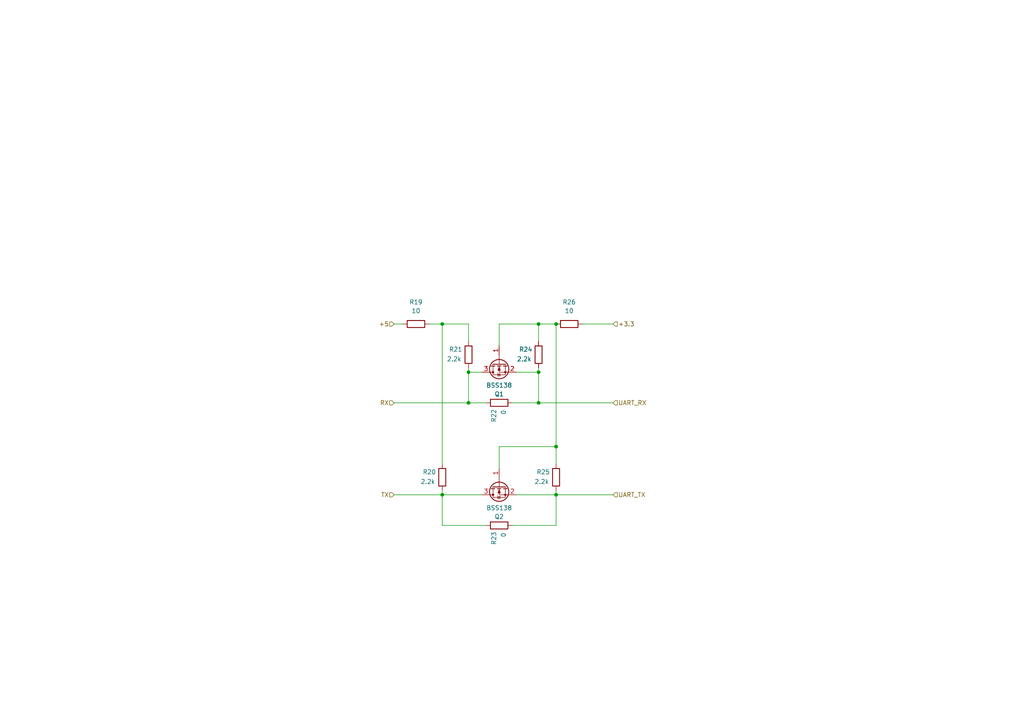
<source format=kicad_sch>
(kicad_sch (version 20250114) (generator "eeschema") (generator_version "9.0")
  (paper "A4")
  (lib_symbols
    (symbol "Device:R" (pin_numbers (hide yes)) (pin_names (offset 0))
      (property "Reference" "R" (at 2.032 0 90))
      (property "Value" "R" (at 0 0 90))
      (symbol "R_0_1"
        (rectangle (start -1.016 -2.54) (end 1.016 2.54) (stroke (width 0.254)))
      )
      (symbol "R_1_1"
        (pin passive line (at 0 3.81 270) (length 1.27) (name "~") (number "1"))
        (pin passive line (at 0 -3.81 90) (length 1.27) (name "~") (number "2"))
      )
    )
    (symbol "Transistor_FET:BSS138" (pin_names (hide yes))
      (property "Reference" "Q" (at 5.08 1.905 0))
      (property "Value" "BSS138" (at 5.08 0 0))
      (symbol "BSS138_0_1"
        (polyline (pts (xy 0.254 1.905) (xy 0.254 -1.905)) (stroke (width 0.254)))
        (polyline (pts (xy 0.254 0) (xy -2.54 0)))
        (polyline (pts (xy 0.762 2.286) (xy 0.762 1.27)) (stroke (width 0.254)))
        (polyline (pts (xy 0.762 0.508) (xy 0.762 -0.508)) (stroke (width 0.254)))
        (polyline (pts (xy 0.762 -1.27) (xy 0.762 -2.286)) (stroke (width 0.254)))
        (polyline (pts (xy 0.762 -1.778) (xy 3.302 -1.778) (xy 3.302 1.778) (xy 0.762 1.778)))
        (polyline (pts (xy 1.016 0) (xy 2.032 0.381) (xy 2.032 -0.381) (xy 1.016 0)) (fill (type outline)))
        (circle (center 1.651 0) (radius 2.794) (stroke (width 0.254)))
        (polyline (pts (xy 2.54 2.54) (xy 2.54 1.778)))
        (circle (center 2.54 1.778) (radius 0.254) (fill (type outline)))
        (circle (center 2.54 -1.778) (radius 0.254) (fill (type outline)))
        (polyline (pts (xy 2.54 -2.54) (xy 2.54 0) (xy 0.762 0)))
        (polyline (pts (xy 2.794 0.508) (xy 2.921 0.381) (xy 3.683 0.381) (xy 3.81 0.254)))
        (polyline (pts (xy 3.302 0.381) (xy 2.921 -0.254) (xy 3.683 -0.254) (xy 3.302 0.381)))
      )
      (symbol "BSS138_1_1"
        (pin input line (at -5.08 0 0) (length 2.54) (name "G") (number "1"))
        (pin passive line (at 2.54 5.08 270) (length 2.54) (name "D") (number "3"))
        (pin passive line (at 2.54 -5.08 90) (length 2.54) (name "S") (number "2"))
      )
    )
  )
  (junction (at 161.29 129.54))
  (junction (at 135.89 107.95))
  (junction (at 128.27 93.98))
  (junction (at 156.21 116.84))
  (junction (at 156.21 107.95))
  (junction (at 135.89 116.84))
  (junction (at 156.21 93.98))
  (junction (at 161.29 93.98))
  (junction (at 128.27 143.51))
  (junction (at 161.29 143.51))
  (wire (pts (xy 140.97 116.84) (xy 135.89 116.84)))
  (wire (pts (xy 135.89 116.84) (xy 114.3 116.84)))
  (wire (pts (xy 144.78 100.33) (xy 144.78 93.98)))
  (wire (pts (xy 128.27 143.51) (xy 128.27 142.24)))
  (wire (pts (xy 139.7 107.95) (xy 135.89 107.95)))
  (wire (pts (xy 168.91 93.98) (xy 177.8 93.98)))
  (wire (pts (xy 114.3 93.98) (xy 116.84 93.98)))
  (wire (pts (xy 124.46 93.98) (xy 128.27 93.98)))
  (wire (pts (xy 135.89 116.84) (xy 135.89 107.95)))
  (wire (pts (xy 140.97 152.4) (xy 128.27 152.4)))
  (wire (pts (xy 128.27 143.51) (xy 139.7 143.51)))
  (wire (pts (xy 144.78 93.98) (xy 156.21 93.98)))
  (wire (pts (xy 128.27 152.4) (xy 128.27 143.51)))
  (wire (pts (xy 135.89 93.98) (xy 128.27 93.98)))
  (wire (pts (xy 177.8 143.51) (xy 161.29 143.51)))
  (wire (pts (xy 128.27 93.98) (xy 128.27 134.62)))
  (wire (pts (xy 161.29 129.54) (xy 161.29 134.62)))
  (wire (pts (xy 149.86 143.51) (xy 161.29 143.51)))
  (wire (pts (xy 161.29 93.98) (xy 161.29 129.54)))
  (wire (pts (xy 177.8 116.84) (xy 156.21 116.84)))
  (wire (pts (xy 144.78 135.89) (xy 144.78 129.54)))
  (wire (pts (xy 156.21 116.84) (xy 156.21 107.95)))
  (wire (pts (xy 149.86 107.95) (xy 156.21 107.95)))
  (wire (pts (xy 135.89 107.95) (xy 135.89 106.68)))
  (wire (pts (xy 144.78 129.54) (xy 161.29 129.54)))
  (wire (pts (xy 114.3 143.51) (xy 128.27 143.51)))
  (wire (pts (xy 148.59 152.4) (xy 161.29 152.4)))
  (wire (pts (xy 148.59 116.84) (xy 156.21 116.84)))
  (wire (pts (xy 161.29 93.98) (xy 156.21 93.98)))
  (wire (pts (xy 156.21 107.95) (xy 156.21 106.68)))
  (wire (pts (xy 135.89 99.06) (xy 135.89 93.98)))
  (wire (pts (xy 156.21 93.98) (xy 156.21 99.06)))
  (wire (pts (xy 161.29 143.51) (xy 161.29 142.24)))
  (wire (pts (xy 161.29 152.4) (xy 161.29 143.51)))
  (hierarchical_label "UART_TX" (shape input) (at 177.8 143.51 0))
  (hierarchical_label "+3.3" (shape input) (at 177.8 93.98 0))
  (hierarchical_label "UART_RX" (shape input) (at 177.8 116.84 0))
  (hierarchical_label "+5" (shape input) (at 114.3 93.98 180))
  (hierarchical_label "TX" (shape input) (at 114.3 143.51 180))
  (hierarchical_label "RX" (shape input) (at 114.3 116.84 180))
  (symbol (lib_id "Transistor_FET:BSS138") (at 144.78 140.97 90) (mirror x) (unit 1)
    (property "Reference" "Q2" (at 144.78 149.86 90))
    (property "Value" "BSS138" (at 144.78 147.32 90))
    (property "Footprint" "Package_TO_SOT_SMD:SOT-23" (effects (hide yes)))
    (property "Datasheet" "https://www.onsemi.com/pub/Collateral/BSS138-D.PDF" (effects (hide yes)))
    (property "Description" "50V Vds, 0.22A Id, N-Channel MOSFET, SOT-23" (effects (hide yes)))
  )
  (symbol (lib_id "Device:R") (at 156.21 102.87 0) (mirror y) (unit 1)
    (property "Reference" "R24" (at 154.432 101.346 0) (effects (justify left)))
    (property "Value" "2.2k" (at 154.178 104.14 0) (effects (justify left)))
    (property "Footprint" "Resistor_SMD:R_0805_2012Metric" (effects (hide yes)))
    (property "Description" "Resistor" (effects (hide yes)))
  )
  (symbol (lib_id "Device:R") (at 144.78 116.84 90) (mirror x) (unit 1)
    (property "Reference" "R22" (at 143.256 118.618 0) (effects (justify left)))
    (property "Value" "0" (at 146.05 118.872 0) (effects (justify left)))
    (property "Footprint" "Resistor_SMD:R_0805_2012Metric" (effects (hide yes)))
    (property "Description" "Resistor" (effects (hide yes)))
  )
  (symbol (lib_id "Device:R") (at 165.1 93.98 90) (unit 1)
    (property "Reference" "R26" (at 165.1 87.63 90))
    (property "Value" "10" (at 165.1 90.17 90))
    (property "Footprint" "Resistor_SMD:R_0805_2012Metric" (effects (hide yes)))
    (property "Description" "Resistor" (effects (hide yes)))
  )
  (symbol (lib_id "Device:R") (at 128.27 138.43 0) (mirror y) (unit 1)
    (property "Reference" "R20" (at 126.492 136.906 0) (effects (justify left)))
    (property "Value" "2.2k" (at 126.238 139.7 0) (effects (justify left)))
    (property "Footprint" "Resistor_SMD:R_0805_2012Metric" (effects (hide yes)))
    (property "Description" "Resistor" (effects (hide yes)))
  )
  (symbol (lib_id "Device:R") (at 120.65 93.98 90) (unit 1)
    (property "Reference" "R19" (at 120.65 87.63 90))
    (property "Value" "10" (at 120.65 90.17 90))
    (property "Footprint" "Resistor_SMD:R_0805_2012Metric" (effects (hide yes)))
    (property "Description" "Resistor" (effects (hide yes)))
  )
  (symbol (lib_id "Device:R") (at 161.29 138.43 0) (mirror y) (unit 1)
    (property "Reference" "R25" (at 159.512 136.906 0) (effects (justify left)))
    (property "Value" "2.2k" (at 159.258 139.7 0) (effects (justify left)))
    (property "Footprint" "Resistor_SMD:R_0805_2012Metric" (effects (hide yes)))
    (property "Description" "Resistor" (effects (hide yes)))
  )
  (symbol (lib_id "Device:R") (at 144.78 152.4 90) (mirror x) (unit 1)
    (property "Reference" "R23" (at 143.256 154.178 0) (effects (justify left)))
    (property "Value" "0" (at 146.05 154.432 0) (effects (justify left)))
    (property "Footprint" "Resistor_SMD:R_0805_2012Metric" (effects (hide yes)))
    (property "Description" "Resistor" (effects (hide yes)))
  )
  (symbol (lib_id "Device:R") (at 135.89 102.87 0) (mirror y) (unit 1)
    (property "Reference" "R21" (at 134.112 101.346 0) (effects (justify left)))
    (property "Value" "2.2k" (at 133.858 104.14 0) (effects (justify left)))
    (property "Footprint" "Resistor_SMD:R_0805_2012Metric" (effects (hide yes)))
    (property "Description" "Resistor" (effects (hide yes)))
  )
  (symbol (lib_id "Transistor_FET:BSS138") (at 144.78 105.41 90) (mirror x) (unit 1)
    (property "Reference" "Q1" (at 144.78 114.3 90))
    (property "Value" "BSS138" (at 144.78 111.76 90))
    (property "Footprint" "Package_TO_SOT_SMD:SOT-23" (effects (hide yes)))
    (property "Datasheet" "https://www.onsemi.com/pub/Collateral/BSS138-D.PDF" (effects (hide yes)))
    (property "Description" "50V Vds, 0.22A Id, N-Channel MOSFET, SOT-23" (effects (hide yes)))
  )
)
</source>
